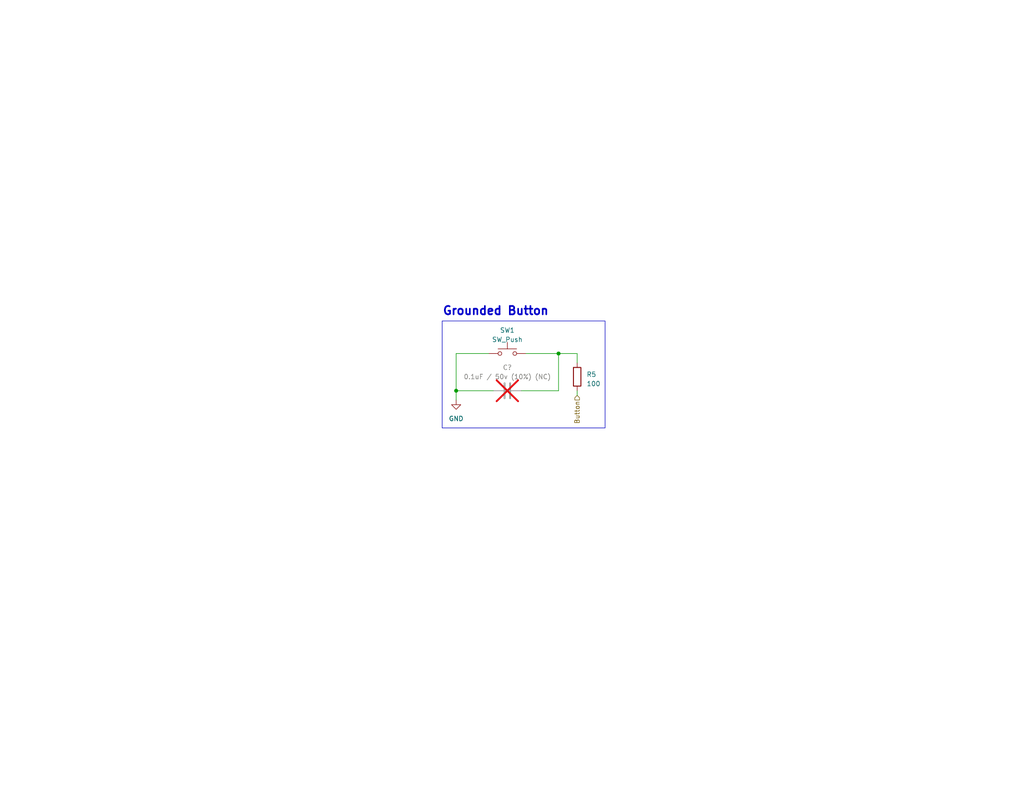
<source format=kicad_sch>
(kicad_sch (version 20230121) (generator eeschema)
  (paper "USLetter")
  (title_block (title "Kwartzlab Environmental Sensor") (date "2023-04-20") (rev "3") (company "Created By: Erin Reed (FireLabs - www.firelabs.ca)"))
  (lib_symbols
    (symbol "Device:C" (pin_numbers hide) (pin_names (offset 0.254))
      (property "Reference" "C" (at 0.635 2.54 0))
      (property "Value" "C" (at 0.635 -2.54 0))
      (symbol "C_0_1"
        (polyline (pts (xy -2.032 -0.762) (xy 2.032 -0.762)) (stroke (width 0.508)))
        (polyline (pts (xy -2.032 0.762) (xy 2.032 0.762)) (stroke (width 0.508)))
      )
      (symbol "C_1_1"
        (pin passive line (at 0 3.81 270) (length 2.794) (name "~") (number "1"))
        (pin passive line (at 0 -3.81 90) (length 2.794) (name "~") (number "2"))
      )
    )
    (symbol "Device:R" (pin_numbers hide) (pin_names (offset 0))
      (property "Reference" "R" (at 2.032 0 90))
      (property "Value" "R" (at 0 0 90))
      (symbol "R_0_1"
        (rectangle (start -1.016 -2.54) (end 1.016 2.54) (stroke (width 0.254)))
      )
      (symbol "R_1_1"
        (pin passive line (at 0 3.81 270) (length 1.27) (name "~") (number "1"))
        (pin passive line (at 0 -3.81 90) (length 1.27) (name "~") (number "2"))
      )
    )
    (symbol "Switch:SW_Push" (pin_numbers hide) (pin_names (offset 1.016) hide)
      (property "Reference" "SW" (at 1.27 2.54 0))
      (property "Value" "SW_Push" (at 0 -1.524 0))
      (symbol "SW_Push_0_1"
        (circle (center -2.032 0) (radius 0.508))
        (polyline (pts (xy 0 1.27) (xy 0 3.048)))
        (polyline (pts (xy 2.54 1.27) (xy -2.54 1.27)))
        (circle (center 2.032 0) (radius 0.508))
        (pin passive line (at -5.08 0 0) (length 2.54) (name "1") (number "1"))
        (pin passive line (at 5.08 0 180) (length 2.54) (name "2") (number "2"))
      )
    )
    (symbol "power:GND" (power) (pin_names (offset 0))
      (property "Value" "GND" (at 0 -3.81 0))
      (symbol "GND_0_1"
        (polyline (pts (xy 0 0) (xy 0 -1.27) (xy 1.27 -1.27) (xy 0 -2.54) (xy -1.27 -1.27) (xy 0 -1.27)))
      )
      (symbol "GND_1_1"
        (pin power_in line (at 0 0 270) (length 0) hide (name "GND") (number "1"))
      )
    )
  )
  (junction (at 152.4 96.52))
  (junction (at 124.46 106.68))
  (wire (pts (xy 142.24 106.68) (xy 152.4 106.68)))
  (wire (pts (xy 157.48 106.68) (xy 157.48 107.95)))
  (wire (pts (xy 157.48 96.52) (xy 152.4 96.52)))
  (wire (pts (xy 124.46 106.68) (xy 134.62 106.68)))
  (wire (pts (xy 143.51 96.52) (xy 152.4 96.52)))
  (wire (pts (xy 157.48 99.06) (xy 157.48 96.52)))
  (wire (pts (xy 133.35 96.52) (xy 124.46 96.52)))
  (wire (pts (xy 124.46 96.52) (xy 124.46 106.68)))
  (wire (pts (xy 124.46 106.68) (xy 124.46 109.22)))
  (wire (pts (xy 152.4 106.68) (xy 152.4 96.52)))
  (rectangle (start 120.65 87.63) (end 165.1 116.84))
  (text "Grounded Button" (at 120.65 86.36 0) (effects (font (size 2.27 2.27) (thickness 0.454) bold) (justify left bottom)))
  (hierarchical_label "Button" (shape input) (at 157.48 107.95 270))
  (symbol (lib_id "power:GND") (at 124.46 109.22 0) (unit 1)
    (property "Reference" "#PWR01" (effects hide))
    (property "Value" "GND" (at 124.46 114.3 0))
  )
  (symbol (lib_id "Device:C") (at 138.43 106.68 90) (unit 1) (dnp yes)
    (property "Reference" "C?" (at 138.43 100.33 90))
    (property "Value" "0.1uF / 50v (10%) (NC)" (at 138.43 102.87 90))
    (property "Footprint" "Capacitor_SMD:C_0603_1608Metric" (effects hide))
  )
  (symbol (lib_id "Device:R") (at 157.48 102.87 0) (unit 1)
    (property "Reference" "R5" (at 160.02 102.235 0) (effects (justify left)))
    (property "Value" "100" (at 160.02 104.775 0) (effects (justify left)))
    (property "Footprint" "PCM_Resistor_SMD_AKL:R_0603_1608Metric" (effects hide))
    (property "Datasheet" "https://www.seielect.com/Catalog/SEI-RMCF_RMCP.pdf" (effects hide))
    (property "DigiKey" "RMCF0603JT5K10CT-ND" (effects hide))
    (instances (project "KwartzLab-SensorBoard-Rev3" (path "" (reference "R5") (unit 1)) (path "" (reference "R6") (unit 1))) (project "connector_usb_c" (path "" (reference "R2") (unit 1))))
  )
  (symbol (lib_id "Switch:SW_Push") (at 138.43 96.52 0) (unit 1)
    (property "Reference" "SW1" (at 138.43 90.17 0))
    (property "Value" "SW_Push" (at 138.43 92.71 0))
    (property "Footprint" "Button_Switch_SMD:SW_Tactile_SPST_NO_Straight_CK_PTS636Sx25SMTRLFS" (effects hide))
  )
)
</source>
